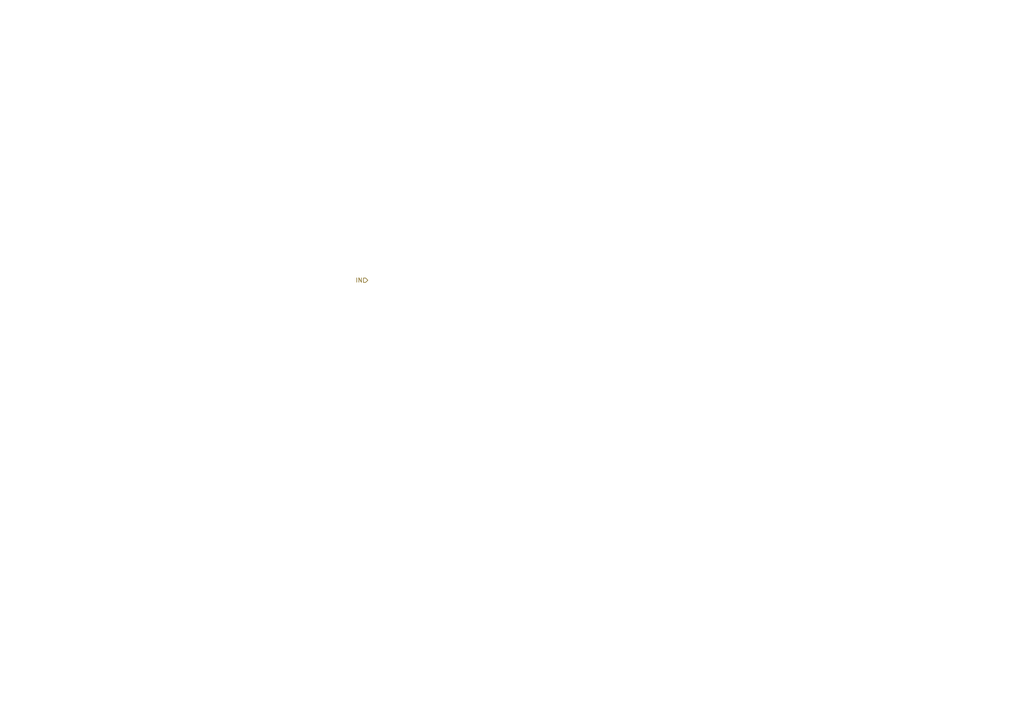
<source format=kicad_sch>
(kicad_sch
	(version 20250114)
	(generator "eeschema")
	(generator_version "9.0")
	(uuid "1539ce49-d59f-4244-9831-a3cd734b74d6")
	(paper "A4")
	(lib_symbols)
	(hierarchical_label "IN"
		(shape input)
		(at 106.68 81.28 180)
		(effects
			(font
				(size 1.27 1.27)
			)
			(justify right)
		)
		(uuid "a8a0c489-36ff-4348-b9a6-af9ed8f7fa5a")
	)
)

</source>
